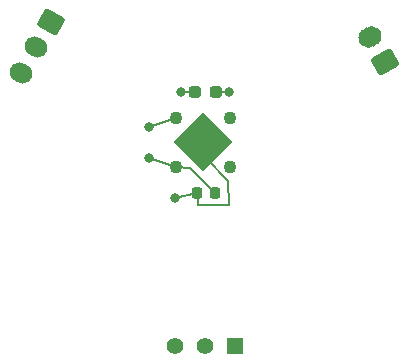
<source format=gbr>
%TF.GenerationSoftware,KiCad,Pcbnew,8.0.2-1*%
%TF.CreationDate,2024-07-15T16:51:55-04:00*%
%TF.ProjectId,Untitled,556e7469-746c-4656-942e-6b696361645f,rev?*%
%TF.SameCoordinates,Original*%
%TF.FileFunction,Copper,L1,Top*%
%TF.FilePolarity,Positive*%
%FSLAX46Y46*%
G04 Gerber Fmt 4.6, Leading zero omitted, Abs format (unit mm)*
G04 Created by KiCad (PCBNEW 8.0.2-1) date 2024-07-15 16:51:55*
%MOMM*%
%LPD*%
G01*
G04 APERTURE LIST*
G04 Aperture macros list*
%AMRoundRect*
0 Rectangle with rounded corners*
0 $1 Rounding radius*
0 $2 $3 $4 $5 $6 $7 $8 $9 X,Y pos of 4 corners*
0 Add a 4 corners polygon primitive as box body*
4,1,4,$2,$3,$4,$5,$6,$7,$8,$9,$2,$3,0*
0 Add four circle primitives for the rounded corners*
1,1,$1+$1,$2,$3*
1,1,$1+$1,$4,$5*
1,1,$1+$1,$6,$7*
1,1,$1+$1,$8,$9*
0 Add four rect primitives between the rounded corners*
20,1,$1+$1,$2,$3,$4,$5,0*
20,1,$1+$1,$4,$5,$6,$7,0*
20,1,$1+$1,$6,$7,$8,$9,0*
20,1,$1+$1,$8,$9,$2,$3,0*%
%AMHorizOval*
0 Thick line with rounded ends*
0 $1 width*
0 $2 $3 position (X,Y) of the first rounded end (center of the circle)*
0 $4 $5 position (X,Y) of the second rounded end (center of the circle)*
0 Add line between two ends*
20,1,$1,$2,$3,$4,$5,0*
0 Add two circle primitives to create the rounded ends*
1,1,$1,$2,$3*
1,1,$1,$4,$5*%
%AMRotRect*
0 Rectangle, with rotation*
0 The origin of the aperture is its center*
0 $1 length*
0 $2 width*
0 $3 Rotation angle, in degrees counterclockwise*
0 Add horizontal line*
21,1,$1,$2,0,0,$3*%
G04 Aperture macros list end*
%TA.AperFunction,EtchedComponent*%
%ADD10C,0.200000*%
%TD*%
%TA.AperFunction,SMDPad,CuDef*%
%ADD11C,1.100000*%
%TD*%
%TA.AperFunction,SMDPad,CuDef*%
%ADD12RoundRect,0.237500X-0.287500X-0.237500X0.287500X-0.237500X0.287500X0.237500X-0.287500X0.237500X0*%
%TD*%
%TA.AperFunction,SMDPad,CuDef*%
%ADD13RoundRect,0.225000X-0.225000X-0.250000X0.225000X-0.250000X0.225000X0.250000X-0.225000X0.250000X0*%
%TD*%
%TA.AperFunction,ComponentPad*%
%ADD14C,0.800000*%
%TD*%
%TA.AperFunction,SMDPad,CuDef*%
%ADD15RotRect,3.500000X3.500000X45.000000*%
%TD*%
%TA.AperFunction,ComponentPad*%
%ADD16RoundRect,0.250000X-0.327868X0.882115X-0.927868X-0.157115X0.327868X-0.882115X0.927868X0.157115X0*%
%TD*%
%TA.AperFunction,ComponentPad*%
%ADD17HorizOval,1.700000X-0.108253X0.062500X0.108253X-0.062500X0*%
%TD*%
%TA.AperFunction,ComponentPad*%
%ADD18R,1.397000X1.397000*%
%TD*%
%TA.AperFunction,ComponentPad*%
%ADD19C,1.397000*%
%TD*%
%TA.AperFunction,ComponentPad*%
%ADD20RoundRect,0.250000X0.949519X-0.144615X0.349519X0.894615X-0.949519X0.144615X-0.349519X-0.894615X0*%
%TD*%
%TA.AperFunction,ComponentPad*%
%ADD21HorizOval,1.700000X0.129904X0.075000X-0.129904X-0.075000X0*%
%TD*%
G04 APERTURE END LIST*
D10*
%TO.C,REF\u002A\u002A*%
X98940000Y-56710000D02*
X101190000Y-55910000D01*
X98940000Y-59310000D02*
X101190000Y-60110000D01*
X101190000Y-60110000D02*
X102390000Y-60160000D01*
X101640000Y-53710000D02*
X102865000Y-53725000D01*
X102390000Y-60160000D02*
X104515000Y-62260000D01*
X102965000Y-62260000D02*
X101165000Y-62735000D01*
X102965000Y-62260000D02*
X103040000Y-63310000D01*
X103040000Y-63310000D02*
X105740000Y-63310000D01*
X104615000Y-53725000D02*
X105740000Y-53710000D01*
X105640000Y-61310000D02*
X103740000Y-59310000D01*
X105740000Y-63310000D02*
X105640000Y-61310000D01*
%TD*%
D11*
%TO.P,REF\u002A\u002A,1*%
%TO.N,N/C*%
X101190000Y-60110000D03*
D12*
X102865000Y-53725000D03*
D13*
X102965000Y-62260000D03*
%TO.P,REF\u002A\u002A,2*%
X104515000Y-62260000D03*
D12*
X104615000Y-53725000D03*
D11*
X105790000Y-60110000D03*
%TO.P,REF\u002A\u002A,3*%
X101190000Y-55910000D03*
%TO.P,REF\u002A\u002A,4*%
X105790000Y-55910000D03*
D14*
%TO.P,REF\u002A\u002A,5*%
X101640000Y-53710000D03*
%TO.P,REF\u002A\u002A,6*%
X105740000Y-53710000D03*
%TO.P,REF\u002A\u002A,7*%
X98940000Y-56710000D03*
%TO.P,REF\u002A\u002A,8*%
X98940000Y-59310000D03*
%TO.P,REF\u002A\u002A,9*%
X101165000Y-62735000D03*
D15*
%TO.P,REF\u002A\u002A,10*%
X103490000Y-58010000D03*
%TD*%
D16*
%TO.P,REF\u002A\u002A,1*%
%TO.N,N/C*%
X90600000Y-47800000D03*
D17*
%TO.P,REF\u002A\u002A,2*%
X89350000Y-49965064D03*
%TO.P,REF\u002A\u002A,3*%
X88100000Y-52130127D03*
%TD*%
D18*
%TO.P,REF\u002A\u002A,1*%
%TO.N,N/C*%
X106187500Y-75250100D03*
D19*
%TO.P,REF\u002A\u002A,2*%
X103647500Y-75250100D03*
%TO.P,REF\u002A\u002A,3*%
X101107500Y-75250100D03*
%TD*%
D20*
%TO.P,REF\u002A\u002A,1*%
%TO.N,N/C*%
X118879664Y-51220032D03*
D21*
%TO.P,REF\u002A\u002A,2*%
X117629664Y-49054968D03*
%TD*%
M02*

</source>
